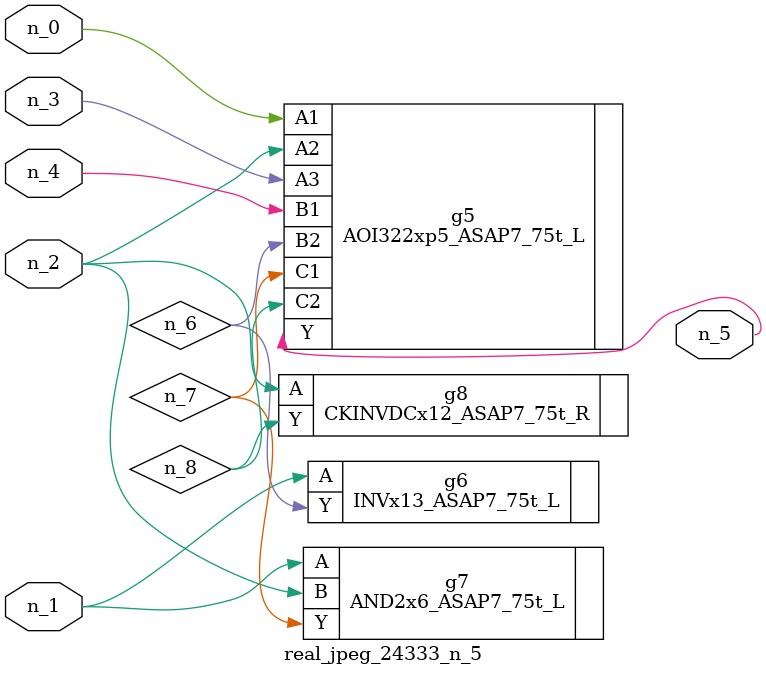
<source format=v>
module real_jpeg_24333_n_5 (n_4, n_0, n_1, n_2, n_3, n_5);

input n_4;
input n_0;
input n_1;
input n_2;
input n_3;

output n_5;

wire n_8;
wire n_6;
wire n_7;

AOI322xp5_ASAP7_75t_L g5 ( 
.A1(n_0),
.A2(n_2),
.A3(n_3),
.B1(n_4),
.B2(n_6),
.C1(n_7),
.C2(n_8),
.Y(n_5)
);

INVx13_ASAP7_75t_L g6 ( 
.A(n_1),
.Y(n_6)
);

AND2x6_ASAP7_75t_L g7 ( 
.A(n_1),
.B(n_2),
.Y(n_7)
);

CKINVDCx12_ASAP7_75t_R g8 ( 
.A(n_2),
.Y(n_8)
);


endmodule
</source>
